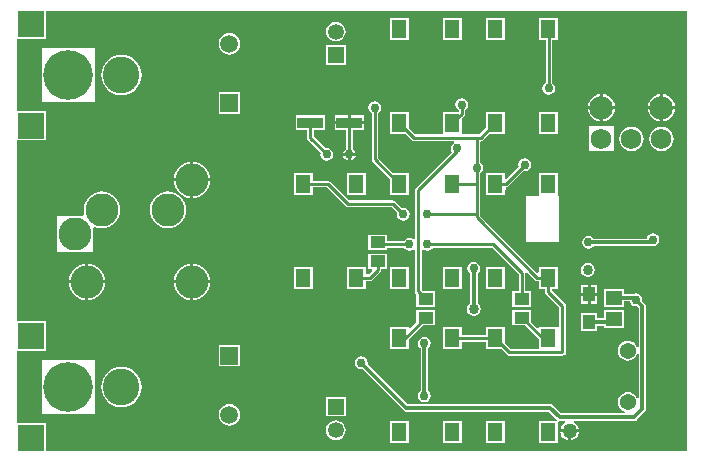
<source format=gtl>
%FSLAX24Y24*%
%MOIN*%
G70*
G01*
G75*
G04 Layer_Physical_Order=1*
G04 Layer_Color=255*
%ADD10R,0.0433X0.0492*%
%ADD11R,0.0512X0.0610*%
%ADD12R,0.0512X0.0394*%
%ADD13R,0.0866X0.0374*%
%ADD14R,0.0551X0.0472*%
%ADD15C,0.0120*%
%ADD16C,0.0100*%
%ADD17C,0.0340*%
%ADD18C,0.0532*%
%ADD19R,0.0532X0.0532*%
%ADD20C,0.0591*%
%ADD21R,0.0591X0.0591*%
%ADD22C,0.1100*%
%ADD23C,0.0540*%
%ADD24C,0.0787*%
%ADD25C,0.0689*%
%ADD26R,0.0866X0.0866*%
%ADD27C,0.1654*%
%ADD28C,0.1220*%
%ADD29C,0.0500*%
%ADD30C,0.0300*%
G36*
X39988Y27662D02*
X18631D01*
Y28600D01*
X17662D01*
Y31000D01*
X18631D01*
Y31986D01*
X17662D01*
Y38014D01*
X18631D01*
Y39000D01*
X17662D01*
Y41400D01*
X18631D01*
Y42338D01*
X39988D01*
Y27662D01*
D02*
G37*
%LPC*%
G36*
X30730Y33800D02*
X30098D01*
Y33070D01*
X30730D01*
Y33800D01*
D02*
G37*
G36*
X27530D02*
X26898D01*
Y33070D01*
X27530D01*
Y33800D01*
D02*
G37*
G36*
X33930D02*
X33298D01*
Y33070D01*
X33930D01*
Y33800D01*
D02*
G37*
G36*
X32502D02*
X31870D01*
Y33070D01*
X32502D01*
Y33800D01*
D02*
G37*
G36*
X37017Y33189D02*
X36790D01*
Y32933D01*
X37017D01*
Y33189D01*
D02*
G37*
G36*
X23450Y33250D02*
X22892D01*
X22899Y33180D01*
X22934Y33065D01*
X22990Y32959D01*
X23067Y32867D01*
X23159Y32790D01*
X23265Y32734D01*
X23380Y32699D01*
X23450Y32692D01*
Y33250D01*
D02*
G37*
G36*
X20608D02*
X20050D01*
Y32692D01*
X20120Y32699D01*
X20235Y32734D01*
X20341Y32790D01*
X20433Y32867D01*
X20510Y32959D01*
X20566Y33065D01*
X20601Y33180D01*
X20608Y33250D01*
D02*
G37*
G36*
X36690Y33189D02*
X36463D01*
Y32933D01*
X36690D01*
Y33189D01*
D02*
G37*
G36*
X24108Y33250D02*
X23550D01*
Y32692D01*
X23620Y32699D01*
X23735Y32734D01*
X23841Y32790D01*
X23933Y32867D01*
X24010Y32959D01*
X24066Y33065D01*
X24101Y33180D01*
X24108Y33250D01*
D02*
G37*
G36*
X35702Y36930D02*
X35070D01*
Y36211D01*
X35070Y36211D01*
X35070D01*
X35070Y36200D01*
X35039Y36169D01*
X34650D01*
Y34631D01*
X35750D01*
Y36169D01*
X35733D01*
X35702Y36200D01*
X35702Y36211D01*
X35702Y36211D01*
X35702D01*
Y36930D01*
D02*
G37*
G36*
X30016Y34242D02*
X29384D01*
Y33728D01*
X29491D01*
X29514Y33673D01*
X29389Y33547D01*
X29302D01*
Y33800D01*
X28670D01*
Y33070D01*
X29302D01*
Y33323D01*
X29435D01*
X29435Y33323D01*
X29478Y33331D01*
X29514Y33356D01*
X29779Y33621D01*
X29779Y33621D01*
X29804Y33657D01*
X29812Y33700D01*
Y33728D01*
X30016D01*
Y34242D01*
D02*
G37*
G36*
X22700Y36313D02*
X22580Y36301D01*
X22465Y36266D01*
X22359Y36210D01*
X22267Y36133D01*
X22190Y36041D01*
X22134Y35935D01*
X22099Y35820D01*
X22087Y35700D01*
X22099Y35580D01*
X22134Y35465D01*
X22190Y35359D01*
X22267Y35267D01*
X22359Y35190D01*
X22465Y35134D01*
X22580Y35099D01*
X22700Y35087D01*
X22820Y35099D01*
X22935Y35134D01*
X23041Y35190D01*
X23133Y35267D01*
X23210Y35359D01*
X23266Y35465D01*
X23301Y35580D01*
X23313Y35700D01*
X23301Y35820D01*
X23266Y35935D01*
X23210Y36041D01*
X23133Y36133D01*
X23041Y36210D01*
X22935Y36266D01*
X22820Y36301D01*
X22700Y36313D01*
D02*
G37*
G36*
X38870Y34914D02*
X38788Y34898D01*
X38719Y34851D01*
X38672Y34782D01*
X38664Y34742D01*
X36891D01*
X36871Y34771D01*
X36802Y34818D01*
X36720Y34834D01*
X36638Y34818D01*
X36569Y34771D01*
X36522Y34702D01*
X36506Y34620D01*
X36522Y34538D01*
X36569Y34469D01*
X36638Y34422D01*
X36720Y34406D01*
X36802Y34422D01*
X36871Y34469D01*
X36891Y34498D01*
X38790D01*
X38800Y34500D01*
X38870Y34486D01*
X38952Y34502D01*
X39021Y34549D01*
X39068Y34618D01*
X39084Y34700D01*
X39068Y34782D01*
X39021Y34851D01*
X38952Y34898D01*
X38870Y34914D01*
D02*
G37*
G36*
X36700Y33935D02*
X36610Y33917D01*
X36534Y33866D01*
X36483Y33790D01*
X36465Y33700D01*
X36483Y33610D01*
X36534Y33534D01*
X36610Y33483D01*
X36700Y33465D01*
X36790Y33483D01*
X36866Y33534D01*
X36917Y33610D01*
X36935Y33700D01*
X36917Y33790D01*
X36866Y33866D01*
X36790Y33917D01*
X36700Y33935D01*
D02*
G37*
G36*
X20050Y33908D02*
Y33350D01*
X20608D01*
X20601Y33420D01*
X20566Y33535D01*
X20510Y33641D01*
X20433Y33733D01*
X20341Y33810D01*
X20235Y33866D01*
X20120Y33901D01*
X20050Y33908D01*
D02*
G37*
G36*
X19950D02*
X19880Y33901D01*
X19765Y33866D01*
X19659Y33810D01*
X19567Y33733D01*
X19490Y33641D01*
X19434Y33535D01*
X19399Y33420D01*
X19392Y33350D01*
X19950D01*
Y33908D01*
D02*
G37*
G36*
X23550D02*
Y33350D01*
X24108D01*
X24101Y33420D01*
X24066Y33535D01*
X24010Y33641D01*
X23933Y33733D01*
X23841Y33810D01*
X23735Y33866D01*
X23620Y33901D01*
X23550Y33908D01*
D02*
G37*
G36*
X23450D02*
X23380Y33901D01*
X23265Y33866D01*
X23159Y33810D01*
X23067Y33733D01*
X22990Y33641D01*
X22934Y33535D01*
X22899Y33420D01*
X22892Y33350D01*
X23450D01*
Y33908D01*
D02*
G37*
G36*
X19950Y33250D02*
X19392D01*
X19399Y33180D01*
X19434Y33065D01*
X19490Y32959D01*
X19567Y32867D01*
X19659Y32790D01*
X19765Y32734D01*
X19880Y32699D01*
X19950Y32692D01*
Y33250D01*
D02*
G37*
G36*
X24750Y29224D02*
X24657Y29212D01*
X24571Y29176D01*
X24497Y29119D01*
X24440Y29045D01*
X24404Y28958D01*
X24392Y28866D01*
X24404Y28773D01*
X24440Y28687D01*
X24497Y28612D01*
X24571Y28555D01*
X24657Y28520D01*
X24750Y28507D01*
X24843Y28520D01*
X24929Y28555D01*
X25003Y28612D01*
X25060Y28687D01*
X25096Y28773D01*
X25108Y28866D01*
X25096Y28958D01*
X25060Y29045D01*
X25003Y29119D01*
X24929Y29176D01*
X24843Y29212D01*
X24750Y29224D01*
D02*
G37*
G36*
X28300Y28685D02*
X28215Y28674D01*
X28136Y28641D01*
X28068Y28589D01*
X28015Y28521D01*
X27983Y28441D01*
X27971Y28356D01*
X27983Y28271D01*
X28015Y28192D01*
X28068Y28124D01*
X28136Y28072D01*
X28215Y28039D01*
X28300Y28028D01*
X28385Y28039D01*
X28464Y28072D01*
X28532Y28124D01*
X28585Y28192D01*
X28617Y28271D01*
X28629Y28356D01*
X28617Y28441D01*
X28585Y28521D01*
X28532Y28589D01*
X28464Y28641D01*
X28385Y28674D01*
X28300Y28685D01*
D02*
G37*
G36*
X20270Y30690D02*
X18490D01*
Y29852D01*
X18492Y29850D01*
D01*
D01*
X18492Y29752D01*
X18490Y28910D01*
X20270D01*
Y30690D01*
D02*
G37*
G36*
X28626Y29469D02*
X27974D01*
Y28818D01*
X28626D01*
Y29469D01*
D02*
G37*
G36*
X36396Y28280D02*
X36140D01*
Y28024D01*
X36171Y28028D01*
X36246Y28059D01*
X36311Y28109D01*
X36361Y28174D01*
X36392Y28249D01*
X36396Y28280D01*
D02*
G37*
G36*
X30730Y28650D02*
X30098D01*
Y27920D01*
X30730D01*
Y28650D01*
D02*
G37*
G36*
X33930Y28650D02*
X33298D01*
Y27920D01*
X33930D01*
Y28650D01*
D02*
G37*
G36*
X36040Y28280D02*
X35784D01*
X35788Y28249D01*
X35819Y28174D01*
X35869Y28109D01*
X35934Y28059D01*
X36009Y28028D01*
X36040Y28024D01*
Y28280D01*
D02*
G37*
G36*
X32502Y28650D02*
X31870D01*
Y27920D01*
X32502D01*
Y28650D01*
D02*
G37*
G36*
X32900Y33964D02*
X32818Y33948D01*
X32749Y33901D01*
X32702Y33832D01*
X32686Y33750D01*
X32702Y33668D01*
X32749Y33599D01*
X32778Y33579D01*
Y32595D01*
X32734Y32566D01*
X32683Y32490D01*
X32665Y32400D01*
X32683Y32310D01*
X32734Y32234D01*
X32810Y32183D01*
X32900Y32165D01*
X32990Y32183D01*
X33066Y32234D01*
X33117Y32310D01*
X33135Y32400D01*
X33117Y32490D01*
X33066Y32566D01*
X33022Y32595D01*
Y33579D01*
X33051Y33599D01*
X33098Y33668D01*
X33114Y33750D01*
X33098Y33832D01*
X33051Y33901D01*
X32982Y33948D01*
X32900Y33964D01*
D02*
G37*
G36*
X37906Y32362D02*
X37234D01*
Y32080D01*
X37017D01*
Y32263D01*
X36463D01*
Y31651D01*
X37017D01*
Y31835D01*
X37234D01*
Y31769D01*
X37906D01*
Y32362D01*
D02*
G37*
G36*
X37017Y32833D02*
X36790D01*
Y32577D01*
X37017D01*
Y32833D01*
D02*
G37*
G36*
X36690D02*
X36463D01*
Y32577D01*
X36690D01*
Y32833D01*
D02*
G37*
G36*
X31616Y32362D02*
X30984D01*
Y31948D01*
X30786Y31749D01*
X30730Y31772D01*
Y31780D01*
X30098D01*
Y31050D01*
X30730D01*
Y31377D01*
X31202Y31848D01*
X31616D01*
Y32362D01*
D02*
G37*
G36*
X31250Y31464D02*
X31168Y31448D01*
X31099Y31401D01*
X31052Y31332D01*
X31036Y31250D01*
X31052Y31168D01*
X31099Y31099D01*
X31128Y31079D01*
Y29671D01*
X31099Y29651D01*
X31052Y29582D01*
X31036Y29500D01*
X31052Y29418D01*
X31099Y29349D01*
X31168Y29302D01*
X31250Y29286D01*
X31332Y29302D01*
X31401Y29349D01*
X31448Y29418D01*
X31464Y29500D01*
X31448Y29582D01*
X31401Y29651D01*
X31372Y29671D01*
Y31079D01*
X31401Y31099D01*
X31448Y31168D01*
X31464Y31250D01*
X31448Y31332D01*
X31401Y31401D01*
X31332Y31448D01*
X31250Y31464D01*
D02*
G37*
G36*
X21150Y30473D02*
X21019Y30461D01*
X20892Y30422D01*
X20776Y30360D01*
X20674Y30276D01*
X20590Y30174D01*
X20528Y30058D01*
X20489Y29931D01*
X20477Y29800D01*
X20489Y29669D01*
X20528Y29542D01*
X20590Y29426D01*
X20674Y29324D01*
X20776Y29240D01*
X20892Y29178D01*
X21019Y29139D01*
X21150Y29127D01*
X21281Y29139D01*
X21408Y29178D01*
X21524Y29240D01*
X21626Y29324D01*
X21710Y29426D01*
X21772Y29542D01*
X21811Y29669D01*
X21823Y29800D01*
X21811Y29931D01*
X21772Y30058D01*
X21710Y30174D01*
X21626Y30276D01*
X21524Y30360D01*
X21408Y30422D01*
X21281Y30461D01*
X21150Y30473D01*
D02*
G37*
G36*
X37906Y33071D02*
X37234D01*
Y32478D01*
X37906D01*
Y32652D01*
X38095D01*
X38102Y32618D01*
X38149Y32549D01*
X38218Y32502D01*
X38300Y32486D01*
X38334Y32493D01*
X38398Y32429D01*
Y31139D01*
X38339Y31127D01*
X38318Y31176D01*
X38265Y31245D01*
X38196Y31298D01*
X38116Y31332D01*
X38030Y31343D01*
X37944Y31332D01*
X37864Y31298D01*
X37795Y31245D01*
X37742Y31176D01*
X37708Y31096D01*
X37697Y31010D01*
X37708Y30924D01*
X37742Y30844D01*
X37795Y30775D01*
X37864Y30722D01*
X37944Y30688D01*
X38030Y30677D01*
X38116Y30688D01*
X38196Y30722D01*
X38265Y30775D01*
X38318Y30844D01*
X38339Y30893D01*
X38398Y30881D01*
Y29419D01*
X38339Y29407D01*
X38318Y29456D01*
X38265Y29525D01*
X38196Y29578D01*
X38116Y29612D01*
X38030Y29623D01*
X37944Y29612D01*
X37864Y29578D01*
X37795Y29525D01*
X37742Y29456D01*
X37708Y29376D01*
X37697Y29290D01*
X37708Y29204D01*
X37742Y29124D01*
X37795Y29055D01*
X37864Y29002D01*
X37937Y28971D01*
X37926Y28912D01*
X35811D01*
X35537Y29187D01*
X35497Y29213D01*
X35450Y29222D01*
X30701D01*
X29357Y30566D01*
X29364Y30600D01*
X29348Y30682D01*
X29301Y30751D01*
X29232Y30798D01*
X29150Y30814D01*
X29068Y30798D01*
X28999Y30751D01*
X28952Y30682D01*
X28936Y30600D01*
X28952Y30518D01*
X28999Y30449D01*
X29068Y30402D01*
X29150Y30386D01*
X29184Y30393D01*
X30563Y29013D01*
X30563Y29013D01*
X30563D01*
X30563Y29013D01*
X30563D01*
X30563Y29013D01*
Y29013D01*
Y29013D01*
D01*
D01*
X30563D01*
Y29013D01*
X30603Y28987D01*
X30650Y28978D01*
X35399D01*
X35671Y28706D01*
X35666Y28692D01*
X35638Y28650D01*
X35070D01*
Y27920D01*
X35702D01*
Y28632D01*
X35748Y28670D01*
X35760Y28668D01*
X35941D01*
X35953Y28609D01*
X35934Y28601D01*
X35869Y28551D01*
X35819Y28486D01*
X35788Y28411D01*
X35784Y28380D01*
X36396D01*
X36392Y28411D01*
X36361Y28486D01*
X36311Y28551D01*
X36246Y28601D01*
X36227Y28609D01*
X36239Y28668D01*
X38240D01*
X38287Y28677D01*
X38327Y28703D01*
X38607Y28983D01*
X38633Y29023D01*
X38642Y29070D01*
Y32480D01*
X38633Y32527D01*
X38607Y32567D01*
X38507Y32666D01*
X38514Y32700D01*
X38498Y32782D01*
X38451Y32851D01*
X38382Y32898D01*
X38300Y32914D01*
X38218Y32898D01*
X38216Y32897D01*
X37906D01*
Y33071D01*
D02*
G37*
G36*
X25105Y31190D02*
X24395D01*
Y30479D01*
X25105D01*
Y31190D01*
D02*
G37*
G36*
X37100Y39555D02*
X37032Y39545D01*
X36921Y39500D01*
X36826Y39427D01*
X36754Y39332D01*
X36708Y39222D01*
X36699Y39153D01*
X37100D01*
Y39555D01*
D02*
G37*
G36*
X25105Y39621D02*
X24395D01*
Y38910D01*
X25105D01*
Y39621D01*
D02*
G37*
G36*
X39100Y39555D02*
X39032Y39545D01*
X38921Y39500D01*
X38826Y39427D01*
X38754Y39332D01*
X38708Y39222D01*
X38699Y39153D01*
X39100D01*
Y39555D01*
D02*
G37*
G36*
X37200D02*
Y39153D01*
X37601D01*
X37592Y39222D01*
X37546Y39332D01*
X37474Y39427D01*
X37379Y39500D01*
X37268Y39545D01*
X37200Y39555D01*
D02*
G37*
G36*
X39601Y39053D02*
X39200D01*
Y38652D01*
X39268Y38661D01*
X39379Y38707D01*
X39474Y38780D01*
X39546Y38875D01*
X39592Y38985D01*
X39601Y39053D01*
D02*
G37*
G36*
X37100D02*
X36699D01*
X36708Y38985D01*
X36754Y38875D01*
X36826Y38780D01*
X36921Y38707D01*
X37032Y38661D01*
X37100Y38652D01*
Y39053D01*
D02*
G37*
G36*
X29242Y38847D02*
X28799D01*
Y38650D01*
X29242D01*
Y38847D01*
D02*
G37*
G36*
X39100Y39053D02*
X38699D01*
X38708Y38985D01*
X38754Y38875D01*
X38826Y38780D01*
X38921Y38707D01*
X39032Y38661D01*
X39100Y38652D01*
Y39053D01*
D02*
G37*
G36*
X37601D02*
X37200D01*
Y38652D01*
X37268Y38661D01*
X37379Y38707D01*
X37474Y38780D01*
X37546Y38875D01*
X37592Y38985D01*
X37601Y39053D01*
D02*
G37*
G36*
X39200Y39555D02*
Y39153D01*
X39601D01*
X39592Y39222D01*
X39546Y39332D01*
X39474Y39427D01*
X39379Y39500D01*
X39268Y39545D01*
X39200Y39555D01*
D02*
G37*
G36*
X30730Y42080D02*
X30098D01*
Y41350D01*
X30730D01*
Y42080D01*
D02*
G37*
G36*
X28300Y41972D02*
X28215Y41961D01*
X28136Y41928D01*
X28068Y41876D01*
X28015Y41808D01*
X27983Y41729D01*
X27971Y41644D01*
X27983Y41559D01*
X28015Y41479D01*
X28068Y41411D01*
X28136Y41359D01*
X28215Y41326D01*
X28300Y41315D01*
X28385Y41326D01*
X28464Y41359D01*
X28532Y41411D01*
X28585Y41479D01*
X28617Y41559D01*
X28629Y41644D01*
X28617Y41729D01*
X28585Y41808D01*
X28532Y41876D01*
X28464Y41928D01*
X28385Y41961D01*
X28300Y41972D01*
D02*
G37*
G36*
X33930Y42080D02*
X33298D01*
Y41350D01*
X33930D01*
Y42080D01*
D02*
G37*
G36*
X32502D02*
X31870D01*
Y41350D01*
X32502D01*
Y42080D01*
D02*
G37*
G36*
X24750Y41593D02*
X24657Y41580D01*
X24571Y41545D01*
X24497Y41488D01*
X24440Y41413D01*
X24404Y41327D01*
X24392Y41234D01*
X24404Y41142D01*
X24440Y41055D01*
X24497Y40981D01*
X24571Y40924D01*
X24657Y40888D01*
X24750Y40876D01*
X24843Y40888D01*
X24929Y40924D01*
X25003Y40981D01*
X25060Y41055D01*
X25096Y41142D01*
X25108Y41234D01*
X25096Y41327D01*
X25060Y41413D01*
X25003Y41488D01*
X24929Y41545D01*
X24843Y41580D01*
X24750Y41593D01*
D02*
G37*
G36*
X21150Y40873D02*
X21019Y40861D01*
X20892Y40822D01*
X20776Y40760D01*
X20674Y40676D01*
X20590Y40574D01*
X20528Y40458D01*
X20489Y40331D01*
X20477Y40200D01*
X20489Y40069D01*
X20528Y39942D01*
X20590Y39826D01*
X20674Y39724D01*
X20776Y39640D01*
X20892Y39578D01*
X21019Y39539D01*
X21150Y39527D01*
X21281Y39539D01*
X21408Y39578D01*
X21524Y39640D01*
X21626Y39724D01*
X21710Y39826D01*
X21772Y39942D01*
X21811Y40069D01*
X21823Y40200D01*
X21811Y40331D01*
X21772Y40458D01*
X21710Y40574D01*
X21626Y40676D01*
X21524Y40760D01*
X21408Y40822D01*
X21281Y40861D01*
X21150Y40873D01*
D02*
G37*
G36*
X20270Y41090D02*
X18490D01*
Y40252D01*
X18492Y40250D01*
D01*
D01*
X18492Y40152D01*
X18490Y39310D01*
X20270D01*
Y41090D01*
D02*
G37*
G36*
X28626Y41182D02*
X27974D01*
Y40531D01*
X28626D01*
Y41182D01*
D02*
G37*
G36*
X35702Y42080D02*
X35070D01*
Y41350D01*
X35288D01*
Y39928D01*
X35249Y39901D01*
X35202Y39832D01*
X35186Y39750D01*
X35202Y39668D01*
X35249Y39599D01*
X35318Y39552D01*
X35400Y39536D01*
X35482Y39552D01*
X35551Y39599D01*
X35598Y39668D01*
X35614Y39750D01*
X35598Y39832D01*
X35551Y39901D01*
X35512Y39928D01*
Y41350D01*
X35702D01*
Y42080D01*
D02*
G37*
G36*
X23450Y37308D02*
X23380Y37301D01*
X23265Y37266D01*
X23159Y37210D01*
X23067Y37133D01*
X22990Y37041D01*
X22934Y36935D01*
X22899Y36820D01*
X22892Y36750D01*
X23450D01*
Y37308D01*
D02*
G37*
G36*
X29600Y39314D02*
X29518Y39298D01*
X29449Y39251D01*
X29402Y39182D01*
X29386Y39100D01*
X29402Y39018D01*
X29449Y38949D01*
X29488Y38922D01*
Y37379D01*
X29488Y37379D01*
X29496Y37336D01*
X29521Y37300D01*
X30098Y36722D01*
Y36200D01*
X30730D01*
Y36930D01*
X30208D01*
X29712Y37426D01*
Y38922D01*
X29751Y38949D01*
X29798Y39018D01*
X29814Y39100D01*
X29798Y39182D01*
X29751Y39251D01*
X29682Y39298D01*
X29600Y39314D01*
D02*
G37*
G36*
X34600Y37414D02*
X34518Y37398D01*
X34449Y37351D01*
X34402Y37282D01*
X34386Y37200D01*
X34395Y37154D01*
X33986Y36744D01*
X33930Y36767D01*
Y36930D01*
X33298D01*
Y36200D01*
X33930D01*
Y36278D01*
X33965Y36453D01*
X34008Y36461D01*
X34044Y36486D01*
X34554Y36995D01*
X34600Y36986D01*
X34682Y37002D01*
X34751Y37049D01*
X34798Y37118D01*
X34814Y37200D01*
X34798Y37282D01*
X34751Y37351D01*
X34682Y37398D01*
X34600Y37414D01*
D02*
G37*
G36*
X23550Y37308D02*
Y36750D01*
X24108D01*
X24101Y36820D01*
X24066Y36935D01*
X24010Y37041D01*
X23933Y37133D01*
X23841Y37210D01*
X23735Y37266D01*
X23620Y37301D01*
X23550Y37308D01*
D02*
G37*
G36*
X29302Y36930D02*
X28670D01*
Y36200D01*
X29302D01*
Y36930D01*
D02*
G37*
G36*
X20500Y36313D02*
X20380Y36301D01*
X20265Y36266D01*
X20159Y36210D01*
X20067Y36133D01*
X19990Y36041D01*
X19934Y35935D01*
X19899Y35820D01*
X19887Y35700D01*
X19899Y35580D01*
X19906Y35558D01*
X19870Y35510D01*
D01*
Y35510D01*
X19870Y35510D01*
X18990D01*
Y34952D01*
X18992Y34950D01*
D01*
D01*
X18992Y34853D01*
X18990Y34290D01*
X20210D01*
Y34870D01*
Y34870D01*
Y34930D01*
Y35100D01*
X20257Y35138D01*
X20265Y35134D01*
X20380Y35099D01*
X20500Y35087D01*
X20620Y35099D01*
X20735Y35134D01*
X20841Y35190D01*
X20933Y35267D01*
X21010Y35359D01*
X21066Y35465D01*
X21101Y35580D01*
X21113Y35700D01*
X21101Y35820D01*
X21066Y35935D01*
X21010Y36041D01*
X20933Y36133D01*
X20841Y36210D01*
X20735Y36266D01*
X20620Y36301D01*
X20500Y36313D01*
D02*
G37*
G36*
X27530Y36930D02*
X26898D01*
Y36200D01*
X27530D01*
Y36453D01*
X27989D01*
X28621Y35821D01*
X28621Y35821D01*
X28657Y35796D01*
X28657Y35796D01*
X28657Y35796D01*
D01*
X28657Y35796D01*
X28657Y35796D01*
X28700Y35788D01*
X28700Y35788D01*
X30154D01*
X30345Y35596D01*
X30336Y35550D01*
X30352Y35468D01*
X30399Y35399D01*
X30468Y35352D01*
X30550Y35336D01*
X30632Y35352D01*
X30701Y35399D01*
X30748Y35468D01*
X30764Y35550D01*
X30748Y35632D01*
X30701Y35701D01*
X30632Y35748D01*
X30550Y35764D01*
X30504Y35755D01*
X30279Y35979D01*
X30243Y36004D01*
X30200Y36012D01*
X30200Y36012D01*
X28746D01*
X28114Y36644D01*
X28078Y36669D01*
X28035Y36677D01*
X28035Y36677D01*
X27530D01*
Y36930D01*
D02*
G37*
G36*
X24108Y36650D02*
X23550D01*
Y36092D01*
X23620Y36099D01*
X23735Y36134D01*
X23841Y36190D01*
X23933Y36267D01*
X24010Y36359D01*
X24066Y36465D01*
X24101Y36580D01*
X24108Y36650D01*
D02*
G37*
G36*
X23450D02*
X22892D01*
X22899Y36580D01*
X22934Y36465D01*
X22990Y36359D01*
X23067Y36267D01*
X23159Y36190D01*
X23265Y36134D01*
X23380Y36099D01*
X23450Y36092D01*
Y36650D01*
D02*
G37*
G36*
X27943Y38847D02*
X26957D01*
Y38353D01*
X27338D01*
Y38100D01*
X27338Y38100D01*
X27346Y38057D01*
X27371Y38021D01*
X27795Y37596D01*
X27786Y37550D01*
X27802Y37468D01*
X27849Y37399D01*
X27918Y37352D01*
X28000Y37336D01*
X28082Y37352D01*
X28151Y37399D01*
X28198Y37468D01*
X28214Y37550D01*
X28198Y37632D01*
X28151Y37701D01*
X28082Y37748D01*
X28000Y37764D01*
X27954Y37755D01*
X27562Y38146D01*
Y38353D01*
X27943D01*
Y38847D01*
D02*
G37*
G36*
X32500Y39414D02*
X32418Y39398D01*
X32349Y39351D01*
X32302Y39282D01*
X32286Y39200D01*
X32302Y39118D01*
X32349Y39049D01*
X32388Y39022D01*
Y38950D01*
X31870D01*
Y38255D01*
X31870Y38255D01*
X31870D01*
X31870Y38220D01*
X31862Y38212D01*
X30946D01*
X30730Y38428D01*
Y38950D01*
X30098D01*
Y38220D01*
X30621D01*
X30820Y38021D01*
X30820Y38021D01*
X30856Y37996D01*
X30856Y37996D01*
X30856Y37996D01*
D01*
X30856Y37996D01*
X30856Y37996D01*
X30899Y37988D01*
X32225D01*
X32242Y37930D01*
X32199Y37901D01*
X32152Y37832D01*
X32136Y37750D01*
X32152Y37668D01*
X32175Y37634D01*
X30971Y36429D01*
X30946Y36393D01*
X30938Y36350D01*
X30938Y36350D01*
Y34741D01*
X30885Y34712D01*
X30832Y34748D01*
X30750Y34764D01*
X30668Y34748D01*
X30599Y34701D01*
X30572Y34662D01*
X30016D01*
Y34872D01*
X29384D01*
Y34358D01*
X30016D01*
Y34438D01*
X30572D01*
X30599Y34399D01*
X30668Y34352D01*
X30750Y34336D01*
X30832Y34352D01*
X30885Y34388D01*
X30938Y34359D01*
Y32985D01*
X30938Y32985D01*
X30946Y32942D01*
X30971Y32906D01*
X30984Y32892D01*
Y32478D01*
X31616D01*
Y32992D01*
X31202D01*
X31162Y33031D01*
Y34359D01*
X31215Y34388D01*
X31268Y34352D01*
X31350Y34336D01*
X31432Y34352D01*
X31501Y34399D01*
X31528Y34438D01*
X33504D01*
X34388Y33554D01*
Y32992D01*
X34184D01*
Y32478D01*
X34816D01*
Y32992D01*
X34612D01*
Y33600D01*
X34612Y33600D01*
X34678Y33613D01*
X34936Y33356D01*
X34936Y33356D01*
X34972Y33331D01*
X35015Y33323D01*
X35070D01*
Y33070D01*
X35274D01*
Y32964D01*
X35274Y32964D01*
X35282Y32921D01*
X35307Y32885D01*
X35738Y32454D01*
Y31780D01*
X35702D01*
Y31780D01*
X35070D01*
Y31772D01*
X35014Y31749D01*
X34816Y31948D01*
Y32362D01*
X34184D01*
Y31848D01*
X34598D01*
X35070Y31377D01*
Y31062D01*
X34126D01*
X33930Y31258D01*
Y31780D01*
X33298D01*
Y31527D01*
X32502D01*
Y31780D01*
X31870D01*
Y31050D01*
X32502D01*
Y31303D01*
X33298D01*
Y31050D01*
X33821D01*
X34000Y30871D01*
X34000Y30871D01*
X34036Y30846D01*
X34036Y30846D01*
X34036Y30846D01*
D01*
X34036Y30846D01*
X34036Y30846D01*
X34079Y30838D01*
X34079Y30838D01*
X35850D01*
X35893Y30846D01*
X35929Y30871D01*
X35954Y30907D01*
X35962Y30950D01*
Y32500D01*
X35954Y32543D01*
X35929Y32579D01*
X35929Y32579D01*
X35498Y33011D01*
Y33070D01*
X35702D01*
Y33800D01*
X35070D01*
Y33617D01*
X35014Y33594D01*
X33112Y35496D01*
Y35550D01*
Y36550D01*
X33112Y36550D01*
X33112Y36550D01*
Y36922D01*
X33151Y36949D01*
X33198Y37018D01*
X33214Y37100D01*
X33198Y37182D01*
X33151Y37251D01*
X33112Y37278D01*
Y37903D01*
X33129Y37988D01*
X33172Y37996D01*
X33208Y38021D01*
X33408Y38220D01*
X33930D01*
Y38950D01*
X33298D01*
Y38428D01*
X33083Y38212D01*
X32510D01*
X32502Y38220D01*
X32502Y38255D01*
X32502Y38255D01*
X32502D01*
Y38742D01*
X32579Y38820D01*
X32579Y38820D01*
X32604Y38856D01*
X32612Y38899D01*
X32612Y38899D01*
Y39022D01*
X32651Y39049D01*
X32698Y39118D01*
X32714Y39200D01*
X32698Y39282D01*
X32651Y39351D01*
X32582Y39398D01*
X32500Y39414D01*
D02*
G37*
G36*
X37560Y38480D02*
X36750D01*
Y38131D01*
X36749Y38120D01*
X36750D01*
Y38020D01*
X36749D01*
X36750Y38009D01*
Y37670D01*
X37089D01*
X37100Y37669D01*
Y37670D01*
X37109D01*
X37110Y37669D01*
X37200D01*
D01*
X37200D01*
X37559D01*
X37560Y37670D01*
Y38480D01*
D02*
G37*
G36*
X28699Y38847D02*
X28256D01*
Y38650D01*
X28699D01*
Y38847D01*
D02*
G37*
G36*
X35702Y38950D02*
X35070D01*
Y38220D01*
X35702D01*
Y38950D01*
D02*
G37*
G36*
X39150Y38478D02*
X39044Y38464D01*
X38946Y38423D01*
X38862Y38358D01*
X38797Y38274D01*
X38756Y38176D01*
X38742Y38070D01*
X38756Y37964D01*
X38797Y37866D01*
X38862Y37782D01*
X38946Y37717D01*
X39044Y37676D01*
X39150Y37662D01*
X39256Y37676D01*
X39354Y37717D01*
X39438Y37782D01*
X39503Y37866D01*
X39544Y37964D01*
X39558Y38070D01*
X39544Y38176D01*
X39503Y38274D01*
X39438Y38358D01*
X39354Y38423D01*
X39256Y38464D01*
X39150Y38478D01*
D02*
G37*
G36*
X28954Y37500D02*
X28800D01*
Y37346D01*
X28832Y37352D01*
X28901Y37399D01*
X28948Y37468D01*
X28954Y37500D01*
D02*
G37*
G36*
X28700D02*
X28546D01*
X28552Y37468D01*
X28599Y37399D01*
X28668Y37352D01*
X28700Y37346D01*
Y37500D01*
D02*
G37*
G36*
X38150Y38478D02*
X38044Y38464D01*
X37946Y38423D01*
X37862Y38358D01*
X37797Y38274D01*
X37756Y38176D01*
X37742Y38070D01*
X37756Y37964D01*
X37797Y37866D01*
X37862Y37782D01*
X37946Y37717D01*
X38044Y37676D01*
X38150Y37662D01*
X38256Y37676D01*
X38354Y37717D01*
X38438Y37782D01*
X38503Y37866D01*
X38544Y37964D01*
X38558Y38070D01*
X38544Y38176D01*
X38503Y38274D01*
X38438Y38358D01*
X38354Y38423D01*
X38256Y38464D01*
X38150Y38478D01*
D02*
G37*
G36*
X29242Y38550D02*
X28256D01*
Y38353D01*
X28638D01*
Y37728D01*
X28599Y37701D01*
X28552Y37632D01*
X28546Y37600D01*
X28954D01*
X28948Y37632D01*
X28901Y37701D01*
X28862Y37728D01*
Y38353D01*
X29242D01*
Y38550D01*
D02*
G37*
%LPD*%
D10*
X36740Y31957D02*
D03*
Y32883D02*
D03*
D11*
X33614Y38585D02*
D03*
X35386D02*
D03*
X33614Y41715D02*
D03*
X35386D02*
D03*
X30414Y38585D02*
D03*
X32186D02*
D03*
X30414Y41715D02*
D03*
X32186D02*
D03*
Y31415D02*
D03*
X30414D02*
D03*
X32186Y28285D02*
D03*
X30414D02*
D03*
X32186Y36565D02*
D03*
X30414D02*
D03*
X32186Y33435D02*
D03*
X30414D02*
D03*
X33614Y28285D02*
D03*
X35386D02*
D03*
X33614Y31415D02*
D03*
X35386D02*
D03*
X27214Y33435D02*
D03*
X28986D02*
D03*
X27214Y36565D02*
D03*
X28986D02*
D03*
X35386D02*
D03*
X33614D02*
D03*
X35386Y33435D02*
D03*
X33614D02*
D03*
D12*
X31300Y32735D02*
D03*
Y32105D02*
D03*
X34500Y32735D02*
D03*
Y32105D02*
D03*
X29700Y34615D02*
D03*
Y33985D02*
D03*
D13*
X27450Y38600D02*
D03*
X28749D02*
D03*
D14*
X37570Y32774D02*
D03*
Y32066D02*
D03*
D15*
X38300Y32700D02*
X38520Y32480D01*
X31250Y29500D02*
Y31250D01*
X32900Y32400D02*
Y33750D01*
X35760Y28790D02*
X38240D01*
X38520Y29070D01*
Y32480D01*
X35450Y29100D02*
X35760Y28790D01*
X29150Y30600D02*
X30650Y29100D01*
X35450D01*
X37570Y32774D02*
X38226D01*
X38300Y32700D01*
X36740Y31957D02*
X37462D01*
X37570Y32066D01*
X36720Y34620D02*
X38790D01*
X38870Y34700D01*
D16*
X30200Y35900D02*
X30550Y35550D01*
X28700Y35900D02*
X30200D01*
X28035Y36565D02*
X28700Y35900D01*
X27214Y36565D02*
X28035D01*
X33550Y34550D02*
X34500Y33600D01*
X31350Y34550D02*
X33550D01*
X30550Y35550D02*
X30600D01*
X33000D02*
Y36550D01*
Y35450D02*
Y35550D01*
X31350D02*
X33000D01*
X35850Y30950D02*
Y32500D01*
X35386Y32964D02*
X35850Y32500D01*
X35386Y32964D02*
Y33435D01*
X35015D02*
X35386D01*
X33000Y35450D02*
X35015Y33435D01*
X34079Y30950D02*
X35850D01*
X33614Y31415D02*
X34079Y30950D01*
X32186Y31415D02*
X33614D01*
X29700Y33700D02*
Y33985D01*
X29435Y33435D02*
X29700Y33700D01*
X28986Y33435D02*
X29435D01*
X33000Y38100D02*
X33129D01*
X33614Y38585D01*
X30899Y38100D02*
X33000D01*
Y37100D02*
Y38100D01*
X30414Y38585D02*
X30899Y38100D01*
X32985Y36565D02*
X33000Y36550D01*
Y37100D01*
X32186Y36565D02*
X32985D01*
X35190Y31415D02*
X35386D01*
X34500Y32105D02*
X35190Y31415D01*
X34500Y32735D02*
Y33600D01*
X31050Y36350D02*
X32350Y37650D01*
X31050Y32985D02*
Y36350D01*
Y32985D02*
X31300Y32735D01*
X33965Y36565D02*
X34600Y37200D01*
X33614Y36565D02*
X33965D01*
X30610Y31415D02*
X31300Y32105D01*
X30414Y31415D02*
X30610D01*
X32350Y37650D02*
Y37750D01*
X29600Y37379D02*
X30414Y36565D01*
X29600Y37379D02*
Y39100D01*
X32186Y38585D02*
X32500Y38899D01*
Y39200D01*
X35400Y39750D02*
Y41701D01*
X28749Y38600D02*
X28750Y38599D01*
Y37550D02*
Y38599D01*
X28749Y37501D02*
X28750Y37500D01*
X27450Y38100D02*
Y38600D01*
Y38100D02*
X28000Y37550D01*
X29765Y34550D02*
X30750D01*
X29700Y34615D02*
X29765Y34550D01*
D17*
X32900Y32400D02*
D03*
X36700Y33700D02*
D03*
D18*
X28300Y41644D02*
D03*
Y28356D02*
D03*
D19*
Y40856D02*
D03*
Y29144D02*
D03*
D20*
X24750Y41234D02*
D03*
Y28866D02*
D03*
D21*
Y39266D02*
D03*
Y30834D02*
D03*
D22*
X23500Y36700D02*
D03*
Y33300D02*
D03*
X20000D02*
D03*
X22700Y35700D02*
D03*
X20500D02*
D03*
X19600Y34900D02*
D03*
D23*
X38030Y29290D02*
D03*
Y31010D02*
D03*
D24*
X39150Y39103D02*
D03*
X37150D02*
D03*
D25*
X39150Y38070D02*
D03*
X38150D02*
D03*
X37150D02*
D03*
D26*
X18138Y41893D02*
D03*
Y38507D02*
D03*
Y31493D02*
D03*
Y28107D02*
D03*
D27*
X19378Y40200D02*
D03*
Y29800D02*
D03*
D28*
X21150Y40200D02*
D03*
Y29800D02*
D03*
D29*
X36090Y28330D02*
D03*
D30*
X30550Y35550D02*
D03*
X31350D02*
D03*
X33000Y37100D02*
D03*
X31350Y34550D02*
D03*
X30750D02*
D03*
X34600Y37200D02*
D03*
X32350Y37750D02*
D03*
X29600Y39100D02*
D03*
X32500Y39200D02*
D03*
X35400Y39750D02*
D03*
X28750Y37550D02*
D03*
X28000D02*
D03*
X31250Y31250D02*
D03*
X29150Y30600D02*
D03*
X38300Y32700D02*
D03*
X31250Y29500D02*
D03*
X32900Y33750D02*
D03*
X36720Y34620D02*
D03*
X38870Y34700D02*
D03*
M02*

</source>
